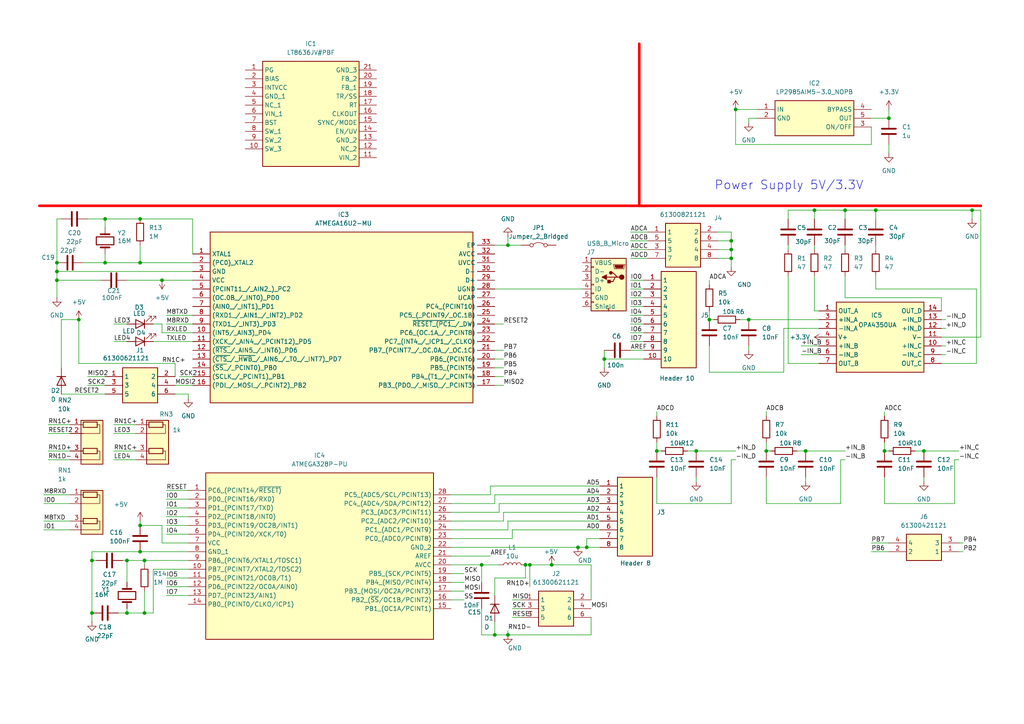
<source format=kicad_sch>
(kicad_sch (version 20231120) (generator "eeschema") (generator_version "8.0")
  (paper "A4")
  (junction (at 22.86 92.71))
  (junction (at 256.54 130.81))
  (junction (at 30.48 76.2))
  (junction (at 190.5 130.81))
  (junction (at 212.09 72.39))
  (junction (at 267.97 130.81))
  (junction (at 139.7 163.83))
  (junction (at 236.22 60.96))
  (junction (at 147.32 184.15))
  (junction (at 213.36 31.75))
  (junction (at 16.51 81.28))
  (junction (at 147.32 71.12))
  (junction (at 40.64 160.02))
  (junction (at 40.64 152.4))
  (junction (at 26.67 162.56))
  (junction (at 16.51 78.74))
  (junction (at 281.94 60.96))
  (junction (at 46.99 81.28))
  (junction (at 205.74 92.71))
  (junction (at 212.09 69.85))
  (junction (at 233.68 130.81))
  (junction (at 222.25 130.81))
  (junction (at 41.91 162.56))
  (junction (at 40.64 63.5))
  (junction (at 254 60.96))
  (junction (at 160.02 163.83))
  (junction (at 152.4 163.83))
  (junction (at 30.48 63.5))
  (junction (at 217.17 92.71))
  (junction (at 41.91 177.8))
  (junction (at 36.83 162.56))
  (junction (at 26.67 177.8))
  (junction (at 153.67 163.83))
  (junction (at 212.09 74.93))
  (junction (at 245.11 60.96))
  (junction (at 167.64 158.75))
  (junction (at 257.81 34.29))
  (junction (at 16.51 76.2))
  (junction (at 175.26 104.14))
  (junction (at 36.83 177.8))
  (junction (at 170.18 158.75))
  (junction (at 143.51 184.15))
  (junction (at 201.93 130.81))
  (junction (at 40.64 76.2))
  (wire (pts (xy 252.73 157.48) (xy 257.81 157.48)))
  (wire (pts (xy 190.5 130.81) (xy 191.77 130.81)))
  (wire (pts (xy 267.97 130.81) (xy 278.13 130.81)))
  (wire (pts (xy 44.45 177.8) (xy 41.91 177.8)))
  (wire (pts (xy 52.07 109.22) (xy 55.88 109.22)))
  (polyline (pts (xy 11.43 59.69) (xy 284.48 59.69)) (stroke (width 0.762) (color 255 0 0 1)))
  (wire (pts (xy 40.64 76.2) (xy 55.88 76.2)))
  (wire (pts (xy 222.25 128.27) (xy 222.25 130.81)))
  (wire (pts (xy 199.39 130.81) (xy 201.93 130.81)))
  (wire (pts (xy 256.54 146.05) (xy 276.86 146.05)))
  (wire (pts (xy 228.6 80.01) (xy 228.6 105.41)))
  (wire (pts (xy 212.09 67.31) (xy 212.09 69.85)))
  (wire (pts (xy 16.51 76.2) (xy 16.51 78.74)))
  (wire (pts (xy 256.54 119.38) (xy 256.54 120.65)))
  (wire (pts (xy 212.09 133.35) (xy 213.36 133.35)))
  (wire (pts (xy 41.91 177.8) (xy 36.83 177.8)))
  (wire (pts (xy 147.32 184.15) (xy 171.45 184.15)))
  (wire (pts (xy 12.7 151.13) (xy 20.32 151.13)))
  (wire (pts (xy 54.61 114.3) (xy 54.61 115.57)))
  (wire (pts (xy 143.51 104.14) (xy 146.05 104.14)))
  (wire (pts (xy 139.7 163.83) (xy 144.78 163.83)))
  (wire (pts (xy 213.36 31.75) (xy 219.71 31.75)))
  (wire (pts (xy 46.99 81.28) (xy 55.88 81.28)))
  (wire (pts (xy 25.4 109.22) (xy 30.48 109.22)))
  (wire (pts (xy 175.26 101.6) (xy 175.26 104.14)))
  (wire (pts (xy 256.54 130.81) (xy 257.81 130.81)))
  (wire (pts (xy 171.45 163.83) (xy 160.02 163.83)))
  (wire (pts (xy 212.09 72.39) (xy 212.09 74.93)))
  (wire (pts (xy 146.05 148.59) (xy 146.05 151.13)))
  (wire (pts (xy 13.97 133.35) (xy 20.32 133.35)))
  (wire (pts (xy 273.05 95.25) (xy 274.32 95.25)))
  (wire (pts (xy 40.64 71.12) (xy 40.64 76.2)))
  (wire (pts (xy 175.26 104.14) (xy 186.69 104.14)))
  (wire (pts (xy 12.7 153.67) (xy 20.32 153.67)))
  (wire (pts (xy 233.68 130.81) (xy 245.11 130.81)))
  (wire (pts (xy 208.28 72.39) (xy 212.09 72.39)))
  (wire (pts (xy 48.26 170.18) (xy 54.61 170.18)))
  (wire (pts (xy 283.21 83.82) (xy 254 83.82)))
  (wire (pts (xy 30.48 63.5) (xy 40.64 63.5)))
  (wire (pts (xy 33.02 130.81) (xy 39.37 130.81)))
  (wire (pts (xy 256.54 128.27) (xy 256.54 130.81)))
  (wire (pts (xy 214.63 92.71) (xy 217.17 92.71)))
  (wire (pts (xy 222.25 130.81) (xy 223.52 130.81)))
  (wire (pts (xy 48.26 93.98) (xy 55.88 93.98)))
  (wire (pts (xy 17.78 92.71) (xy 22.86 92.71)))
  (wire (pts (xy 48.26 91.44) (xy 55.88 91.44)))
  (wire (pts (xy 190.5 146.05) (xy 212.09 146.05)))
  (wire (pts (xy 54.61 165.1) (xy 44.45 165.1)))
  (wire (pts (xy 257.81 41.91) (xy 257.81 44.45)))
  (wire (pts (xy 26.67 162.56) (xy 26.67 177.8)))
  (wire (pts (xy 16.51 78.74) (xy 16.51 81.28)))
  (wire (pts (xy 208.28 69.85) (xy 212.09 69.85)))
  (wire (pts (xy 22.86 105.41) (xy 50.8 105.41)))
  (wire (pts (xy 212.09 74.93) (xy 212.09 77.47)))
  (polyline (pts (xy 187.96 59.69) (xy 185.42 59.69)) (stroke (width 0.762) (color 255 0 0 1)))
  (wire (pts (xy 33.02 93.98) (xy 36.83 93.98)))
  (wire (pts (xy 46.99 152.4) (xy 46.99 157.48)))
  (wire (pts (xy 152.4 163.83) (xy 153.67 163.83)))
  (wire (pts (xy 190.5 138.43) (xy 190.5 146.05)))
  (wire (pts (xy 273.05 92.71) (xy 274.32 92.71)))
  (wire (pts (xy 17.78 106.68) (xy 17.78 92.71)))
  (wire (pts (xy 182.88 83.82) (xy 186.69 83.82)))
  (wire (pts (xy 148.59 153.67) (xy 148.59 156.21)))
  (wire (pts (xy 33.02 125.73) (xy 39.37 125.73)))
  (wire (pts (xy 130.81 166.37) (xy 134.62 166.37)))
  (wire (pts (xy 143.51 180.34) (xy 143.51 184.15)))
  (wire (pts (xy 254 60.96) (xy 281.94 60.96)))
  (wire (pts (xy 175.26 104.14) (xy 175.26 106.68)))
  (wire (pts (xy 182.88 93.98) (xy 186.69 93.98)))
  (wire (pts (xy 12.7 143.51) (xy 20.32 143.51)))
  (wire (pts (xy 34.29 177.8) (xy 36.83 177.8)))
  (wire (pts (xy 33.02 123.19) (xy 39.37 123.19)))
  (wire (pts (xy 26.67 160.02) (xy 26.67 162.56)))
  (wire (pts (xy 13.97 130.81) (xy 20.32 130.81)))
  (wire (pts (xy 205.74 81.28) (xy 205.74 82.55)))
  (wire (pts (xy 16.51 63.5) (xy 16.51 76.2)))
  (wire (pts (xy 130.81 171.45) (xy 134.62 171.45)))
  (wire (pts (xy 146.05 151.13) (xy 130.81 151.13)))
  (wire (pts (xy 143.51 106.68) (xy 146.05 106.68)))
  (wire (pts (xy 139.7 184.15) (xy 143.51 184.15)))
  (wire (pts (xy 130.81 173.99) (xy 134.62 173.99)))
  (wire (pts (xy 33.02 99.06) (xy 36.83 99.06)))
  (wire (pts (xy 167.64 158.75) (xy 170.18 158.75)))
  (wire (pts (xy 143.51 184.15) (xy 147.32 184.15)))
  (wire (pts (xy 273.05 100.33) (xy 274.32 100.33)))
  (wire (pts (xy 17.78 63.5) (xy 16.51 63.5)))
  (wire (pts (xy 44.45 165.1) (xy 44.45 177.8)))
  (wire (pts (xy 201.93 138.43) (xy 201.93 139.7)))
  (wire (pts (xy 41.91 162.56) (xy 41.91 163.83)))
  (wire (pts (xy 171.45 173.99) (xy 171.45 163.83)))
  (wire (pts (xy 182.88 101.6) (xy 186.69 101.6)))
  (wire (pts (xy 201.93 130.81) (xy 213.36 130.81)))
  (wire (pts (xy 182.88 99.06) (xy 186.69 99.06)))
  (wire (pts (xy 267.97 138.43) (xy 267.97 139.7)))
  (wire (pts (xy 252.73 36.83) (xy 252.73 41.91)))
  (wire (pts (xy 170.18 158.75) (xy 173.99 158.75)))
  (wire (pts (xy 16.51 78.74) (xy 55.88 78.74)))
  (wire (pts (xy 16.51 81.28) (xy 16.51 86.36)))
  (wire (pts (xy 213.36 31.75) (xy 213.36 41.91)))
  (wire (pts (xy 130.81 143.51) (xy 142.24 143.51)))
  (wire (pts (xy 170.18 156.21) (xy 173.99 156.21)))
  (wire (pts (xy 147.32 71.12) (xy 151.13 71.12)))
  (wire (pts (xy 265.43 130.81) (xy 267.97 130.81)))
  (wire (pts (xy 173.99 151.13) (xy 147.32 151.13)))
  (wire (pts (xy 130.81 156.21) (xy 148.59 156.21)))
  (wire (pts (xy 182.88 86.36) (xy 186.69 86.36)))
  (wire (pts (xy 144.78 148.59) (xy 130.81 148.59)))
  (wire (pts (xy 143.51 167.64) (xy 152.4 167.64)))
  (wire (pts (xy 26.67 177.8) (xy 26.67 180.34)))
  (wire (pts (xy 227.33 95.25) (xy 237.49 95.25)))
  (wire (pts (xy 148.59 179.07) (xy 151.13 179.07)))
  (wire (pts (xy 256.54 138.43) (xy 256.54 146.05)))
  (wire (pts (xy 55.88 63.5) (xy 40.64 63.5)))
  (wire (pts (xy 278.13 160.02) (xy 279.4 160.02)))
  (wire (pts (xy 147.32 151.13) (xy 147.32 153.67)))
  (wire (pts (xy 208.28 67.31) (xy 212.09 67.31)))
  (wire (pts (xy 173.99 153.67) (xy 148.59 153.67)))
  (wire (pts (xy 254 60.96) (xy 254 63.5)))
  (wire (pts (xy 27.94 162.56) (xy 26.67 162.56)))
  (wire (pts (xy 143.51 83.82) (xy 168.91 83.82)))
  (wire (pts (xy 48.26 172.72) (xy 54.61 172.72)))
  (wire (pts (xy 182.88 67.31) (xy 187.96 67.31)))
  (wire (pts (xy 245.11 60.96) (xy 254 60.96)))
  (polyline (pts (xy 185.42 12.7) (xy 185.42 59.69)) (stroke (width 0.762) (color 255 0 0 1)))
  (wire (pts (xy 25.4 63.5) (xy 30.48 63.5)))
  (wire (pts (xy 147.32 182.88) (xy 147.32 184.15)))
  (wire (pts (xy 153.67 163.83) (xy 160.02 163.83)))
  (wire (pts (xy 130.81 161.29) (xy 142.24 161.29)))
  (wire (pts (xy 228.6 71.12) (xy 228.6 72.39)))
  (wire (pts (xy 171.45 179.07) (xy 171.45 184.15)))
  (wire (pts (xy 217.17 34.29) (xy 219.71 34.29)))
  (wire (pts (xy 143.51 93.98) (xy 146.05 93.98)))
  (wire (pts (xy 273.05 102.87) (xy 274.32 102.87)))
  (wire (pts (xy 144.78 146.05) (xy 144.78 148.59)))
  (wire (pts (xy 236.22 60.96) (xy 245.11 60.96)))
  (wire (pts (xy 30.48 63.5) (xy 30.48 66.04)))
  (wire (pts (xy 245.11 60.96) (xy 245.11 63.5)))
  (wire (pts (xy 48.26 152.4) (xy 54.61 152.4)))
  (wire (pts (xy 50.8 109.22) (xy 50.8 105.41)))
  (wire (pts (xy 143.51 71.12) (xy 147.32 71.12)))
  (wire (pts (xy 170.18 156.21) (xy 170.18 158.75)))
  (wire (pts (xy 232.41 102.87) (xy 237.49 102.87)))
  (wire (pts (xy 257.81 34.29) (xy 257.81 31.75)))
  (wire (pts (xy 182.88 72.39) (xy 187.96 72.39)))
  (wire (pts (xy 41.91 171.45) (xy 41.91 177.8)))
  (wire (pts (xy 139.7 176.53) (xy 139.7 184.15)))
  (wire (pts (xy 254 80.01) (xy 254 83.82)))
  (wire (pts (xy 182.88 81.28) (xy 186.69 81.28)))
  (wire (pts (xy 36.83 81.28) (xy 46.99 81.28)))
  (wire (pts (xy 130.81 168.91) (xy 134.62 168.91)))
  (wire (pts (xy 143.51 172.72) (xy 143.51 167.64)))
  (wire (pts (xy 173.99 146.05) (xy 144.78 146.05)))
  (wire (pts (xy 46.99 93.98) (xy 46.99 96.52)))
  (wire (pts (xy 217.17 35.56) (xy 217.17 34.29)))
  (wire (pts (xy 245.11 80.01) (xy 245.11 86.36)))
  (wire (pts (xy 25.4 111.76) (xy 30.48 111.76)))
  (wire (pts (xy 46.99 96.52) (xy 55.88 96.52)))
  (wire (pts (xy 273.05 86.36) (xy 245.11 86.36)))
  (wire (pts (xy 252.73 34.29) (xy 257.81 34.29)))
  (wire (pts (xy 222.25 138.43) (xy 222.25 146.05)))
  (wire (pts (xy 46.99 157.48) (xy 54.61 157.48)))
  (wire (pts (xy 236.22 60.96) (xy 236.22 63.5)))
  (wire (pts (xy 139.7 163.83) (xy 139.7 168.91)))
  (wire (pts (xy 48.26 154.94) (xy 54.61 154.94)))
  (wire (pts (xy 236.22 71.12) (xy 236.22 72.39)))
  (wire (pts (xy 284.48 97.79) (xy 284.48 60.96)))
  (wire (pts (xy 36.83 162.56) (xy 41.91 162.56)))
  (wire (pts (xy 48.26 149.86) (xy 54.61 149.86)))
  (wire (pts (xy 205.74 107.95) (xy 227.33 107.95)))
  (wire (pts (xy 281.94 60.96) (xy 284.48 60.96)))
  (wire (pts (xy 50.8 111.76) (xy 55.88 111.76)))
  (wire (pts (xy 212.09 69.85) (xy 212.09 72.39)))
  (wire (pts (xy 281.94 60.96) (xy 281.94 63.5)))
  (wire (pts (xy 41.91 162.56) (xy 54.61 162.56)))
  (wire (pts (xy 182.88 96.52) (xy 186.69 96.52)))
  (wire (pts (xy 254 71.12) (xy 254 72.39)))
  (wire (pts (xy 148.59 176.53) (xy 151.13 176.53)))
  (wire (pts (xy 30.48 76.2) (xy 40.64 76.2)))
  (wire (pts (xy 182.88 91.44) (xy 186.69 91.44)))
  (wire (pts (xy 173.99 143.51) (xy 143.51 143.51)))
  (wire (pts (xy 243.84 133.35) (xy 245.11 133.35)))
  (wire (pts (xy 245.11 71.12) (xy 245.11 72.39)))
  (wire (pts (xy 222.25 146.05) (xy 243.84 146.05)))
  (wire (pts (xy 233.68 138.43) (xy 233.68 139.7)))
  (wire (pts (xy 152.4 167.64) (xy 152.4 163.83)))
  (wire (pts (xy 142.24 143.51) (xy 142.24 140.97)))
  (wire (pts (xy 40.64 152.4) (xy 46.99 152.4)))
  (wire (pts (xy 232.41 100.33) (xy 237.49 100.33)))
  (wire (pts (xy 276.86 146.05) (xy 276.86 133.35)))
  (wire (pts (xy 130.81 163.83) (xy 139.7 163.83)))
  (wire (pts (xy 276.86 133.35) (xy 278.13 133.35)))
  (wire (pts (xy 48.26 144.78) (xy 54.61 144.78)))
  (wire (pts (xy 190.5 119.38) (xy 190.5 120.65)))
  (wire (pts (xy 143.51 101.6) (xy 146.05 101.6)))
  (wire (pts (xy 30.48 73.66) (xy 30.48 76.2)))
  (wire (pts (xy 231.14 130.81) (xy 233.68 130.81)))
  (wire (pts (xy 44.45 93.98) (xy 46.99 93.98)))
  (wire (pts (xy 173.99 148.59) (xy 146.05 148.59)))
  (wire (pts (xy 143.51 143.51) (xy 143.51 146.05)))
  (wire (pts (xy 182.88 69.85) (xy 187.96 69.85)))
  (wire (pts (xy 147.32 153.67) (xy 130.81 153.67)))
  (wire (pts (xy 283.21 105.41) (xy 283.21 83.82)))
  (wire (pts (xy 143.51 146.05) (xy 130.81 146.05)))
  (wire (pts (xy 50.8 114.3) (xy 54.61 114.3)))
  (wire (pts (xy 205.74 100.33) (xy 205.74 107.95)))
  (wire (pts (xy 222.25 119.38) (xy 222.25 120.65)))
  (wire (pts (xy 36.83 177.8) (xy 36.83 176.53)))
  (wire (pts (xy 236.22 80.01) (xy 236.22 90.17)))
  (wire (pts (xy 24.13 76.2) (xy 30.48 76.2)))
  (wire (pts (xy 22.86 92.71) (xy 22.86 105.41)))
  (wire (pts (xy 55.88 73.66) (xy 55.88 63.5)))
  (wire (pts (xy 205.74 92.71) (xy 207.01 92.71)))
  (wire (pts (xy 278.13 157.48) (xy 279.4 157.48)))
  (wire (pts (xy 228.6 63.5) (xy 228.6 60.96)))
  (wire (pts (xy 243.84 146.05) (xy 243.84 133.35)))
  (wire (pts (xy 190.5 128.27) (xy 190.5 130.81)))
  (wire (pts (xy 143.51 109.22) (xy 146.05 109.22)))
  (wire (pts (xy 147.32 68.58) (xy 147.32 71.12)))
  (wire (pts (xy 252.73 160.02) (xy 257.81 160.02)))
  (wire (pts (xy 208.28 74.93) (xy 212.09 74.93)))
  (wire (pts (xy 130.81 158.75) (xy 167.64 158.75)))
  (wire (pts (xy 16.51 81.28) (xy 29.21 81.28)))
  (wire (pts (xy 48.26 142.24) (xy 54.61 142.24)))
  (wire (pts (xy 12.7 146.05) (xy 20.32 146.05)))
  (wire (pts (xy 36.83 162.56) (xy 36.83 168.91)))
  (wire (pts (xy 143.51 111.76) (xy 146.05 111.76)))
  (wire (pts (xy 44.45 99.06) (xy 55.88 99.06)))
  (wire (pts (xy 48.26 167.64) (xy 54.61 167.64)))
  (wire (pts (xy 26.67 160.02) (xy 40.64 160.02)))
  (wire (pts (xy 48.26 147.32) (xy 54.61 147.32)))
  (wire (pts (xy 227.33 95.25) (xy 227.33 107.95)))
  (wire (pts (xy 252.73 41.91) (xy 213.36 41.91)))
  (wire (pts (xy 237.49 105.41) (xy 228.6 105.41)))
  (wire (pts (xy 13.97 123.19) (xy 20.32 123.19)))
  (wire (pts (xy 148.59 173.99) (xy 151.13 173.99)))
  (wire (pts (xy 238.76 97.79) (xy 237.49 97.79)))
  (wire (pts (xy 236.22 90.17) (xy 237.49 90.17)))
  (wire (pts (xy 217.17 100.33) (xy 217.17 101.6)))
  (wire (pts (xy 182.88 74.93) (xy 187.96 74.93)))
  (wire (pts (xy 40.64 160.02) (xy 54.61 160.02)))
  (wire (pts (xy 153.67 170.18) (xy 153.67 163.83)))
  (wire (pts (xy 33.02 133.35) (xy 39.37 133.35)))
  (wire (pts (xy 40.64 151.13) (xy 40.64 152.4)))
  (wire (pts (xy 217.17 92.71) (xy 237.49 92.71)))
  (wire (pts (xy 273.05 90.17) (xy 273.05 86.36)))
  (wire (pts (xy 273.05 105.41) (xy 283.21 105.41)))
  (wire (pts (xy 273.05 97.79) (xy 284.48 97.79)))
  (wire (pts (xy 13.97 125.73) (xy 20.32 125.73)))
  (wire (pts (xy 182.88 88.9) (xy 186.69 88.9)))
  (wire (pts (xy 212.09 146.05) (xy 212.09 133.35)))
  (wire (pts (xy 205.74 90.17) (xy 205.74 92.71)))
  (wire (pts (xy 17.78 114.3) (xy 30.48 114.3)))
  (wire (pts (xy 228.6 60.96) (xy 236.22 60.96)))
  (wire (pts (xy 142.24 140.97) (xy 173.99 140.97)))
  (wire (pts (xy 35.56 162.56) (xy 36.83 162.56)))
  (text "Power Supply 5V/3.3V\n" (at 228.854 53.848 0) (effects (font (size 2.54 2.54))))
  (label "RN1C+" (at 33.02 123.19 0))
  (label "RN1C+" (at 46.99 105.41 0))
  (label "-IN_D" (at 274.32 92.71 0))
  (label "+IN_D" (at 213.36 130.81 0))
  (label "SCK2" (at 52.07 109.22 0))
  (label "AD1" (at 170.18 151.13 0))
  (label "IO2" (at 48.26 149.86 0))
  (label "PB6" (at 146.05 104.14 0))
  (label "IO1" (at 182.88 83.82 0))
  (label "RN1C+" (at 33.02 130.81 0))
  (label "IO4" (at 182.88 91.44 0))
  (label "ADCA" (at 205.74 81.28 0))
  (label "MOSI" (at 171.45 176.53 0))
  (label "IO5" (at 182.88 93.98 0))
  (label "-IN_B" (at 232.41 102.87 0))
  (label "RESET2" (at 146.05 93.98 0))
  (label "PB6" (at 252.73 160.02 0))
  (label "M8RXD" (at 12.7 143.51 0))
  (label "LED4" (at 33.02 133.35 0))
  (label "AREF" (at 182.88 101.6 0))
  (label "PB5" (at 146.05 106.68 0))
  (label "M8RXD" (at 48.26 93.98 0))
  (label "+IN_B" (at 245.11 130.81 0))
  (label "ADCA" (at 182.88 67.31 0))
  (label "AD0" (at 170.18 153.67 0))
  (label "IO0" (at 12.7 146.05 0))
  (label "M8TXD" (at 12.7 151.13 0))
  (label "PB7" (at 146.05 101.6 0))
  (label "M8TXD" (at 48.26 91.44 0))
  (label "MOSI" (at 134.62 171.45 0))
  (label "MOSI2" (at 50.8 111.76 0))
  (label "AD5" (at 170.18 140.97 0))
  (label "ADCC" (at 256.54 119.38 0))
  (label "MISO" (at 148.59 173.99 0))
  (label "RN1D+" (at 13.97 130.81 0))
  (label "LED3" (at 33.02 93.98 0))
  (label "ADCB" (at 222.25 119.38 0))
  (label "IO0" (at 48.26 144.78 0))
  (label "-IN_B" (at 245.11 133.35 0))
  (label "LED3" (at 33.02 125.73 0))
  (label "IO3" (at 48.26 152.4 0))
  (label "RXLED" (at 48.26 96.52 0))
  (label "RESET2" (at 21.59 114.3 0))
  (label "-IN_C" (at 278.13 133.35 0))
  (label "IO7" (at 182.88 99.06 0))
  (label "ADCC" (at 182.88 72.39 0))
  (label "AD3" (at 170.18 146.05 0))
  (label "ADCD" (at 182.88 74.93 0))
  (label "+IN_C" (at 278.13 130.81 0))
  (label "IO4" (at 48.26 154.94 0))
  (label "IO6" (at 182.88 96.52 0))
  (label "AD2" (at 170.18 148.59 0))
  (label "MISO" (at 134.62 168.91 0))
  (label "PB2" (at 279.4 160.02 0))
  (label "SCK" (at 148.59 176.53 0))
  (label "IO2" (at 182.88 86.36 0))
  (label "SS" (at 134.62 173.99 0))
  (label "ADCD" (at 190.5 119.38 0))
  (label "-IN_D" (at 213.36 133.35 0))
  (label "PB4" (at 146.05 109.22 0))
  (label "MISO2" (at 146.05 111.76 0))
  (label "LED4" (at 33.02 99.06 0))
  (label "RN1D+" (at 153.67 170.18 180))
  (label "RESET" (at 48.26 142.24 0))
  (label "MISO2" (at 25.4 109.22 0))
  (label "RN1D-" (at 13.97 133.35 0))
  (label "IO1" (at 48.26 147.32 0))
  (label "RESET2" (at 13.97 125.73 0))
  (label "IO6" (at 48.26 170.18 0))
  (label "+IN_B" (at 232.41 100.33 0))
  (label "AD4" (at 170.18 143.51 0))
  (label "RN1D-" (at 147.32 182.88 0))
  (label "IO5" (at 48.26 167.64 0))
  (label "AREF" (at 142.24 161.29 0))
  (label "IO3" (at 182.88 88.9 0))
  (label "RN1C+" (at 13.97 123.19 0))
  (label "TXLED" (at 48.26 99.06 0))
  (label "SCK" (at 134.62 166.37 0))
  (label "IO1" (at 12.7 153.67 0))
  (label "-IN_C" (at 274.32 102.87 0))
  (label "IO0" (at 182.88 81.28 0))
  (label "+IN_D" (at 274.32 95.25 0))
  (label "SCK2" (at 25.4 111.76 0))
  (label "PB7" (at 252.73 157.48 0))
  (label "IO7" (at 48.26 172.72 0))
  (label "PB4" (at 279.4 157.48 0))
  (label "ADCB" (at 182.88 69.85 0))
  (label "+IN_C" (at 274.32 100.33 0))
  (label "RESET" (at 148.59 179.07 0))
  (symbol (lib_id "SamacSys_Parts:61300821121") (at 187.96 67.31 0) (unit 1)
    (property "Reference" "J4" (at 208.28 63.246 0))
    (property "Value" "61300821121" (at 198.12 62.23 0))
    (property "Footprint" "61300821121" (effects (hide yes)))
    (property "Datasheet" "https://componentsearchengine.com/Datasheets/2/61300821121.pdf" (effects (hide yes)))
    (property "Description" "WURTH ELEKTRONIK - 61300821121 - Board-To-Board Connector, Vertical, 2.54 mm, 8 Contacts, Header, WR-PHD Series, Through Hole" (effects (hide yes)))
    (property "Height" "8.69" (effects (hide yes)))
    (property "Manufacturer_Name" "Wurth Elektronik" (effects (hide yes)))
    (property "Manufacturer_Part_Number" "61300821121" (effects (hide yes)))
    (property "Mouser Part Number" "710-61300821121" (effects (hide yes)))
    (property "Mouser Price/Stock" "https://www.mouser.co.uk/ProductDetail/Wurth-Elektronik/61300821121?qs=PhR8RmCirEZmTYQilRTqTw%3D%3D" (effects (hide yes)))
  )
  (symbol (lib_id "SamacSys_Parts:LT8636JV#PBF") (at 71.12 20.32 0) (unit 1)
    (property "Reference" "IC1" (at 90.17 12.7 0))
    (property "Value" "LT8636JV#PBF" (at 90.17 15.24 0))
    (property "Footprint" "LT8636JVPBF" (effects (hide yes)))
    (property "Datasheet" "https://www.analog.com/LT8636/datasheet" (effects (hide yes)))
    (property "Description" "42V, 5A/7A Peak Synchronous Step-Down Silent Switcher with 2.5uA Quiescent Current" (effects (hide yes)))
    (property "Height" "1.03" (effects (hide yes)))
    (property "Mouser Part Number" "584-LT8636JV#PBF" (effects (hide yes)))
    (property "Mouser Price/Stock" "https://www.mouser.co.uk/ProductDetail/Analog-Devices/LT8636JVPBF?qs=P1JMDcb91o40oO2YRvBxSw%3D%3D" (effects (hide yes)))
    (property "Manufacturer_Name" "Analog Devices" (effects (hide yes)))
    (property "Manufacturer_Part_Number" "LT8636JV#PBF" (effects (hide yes)))
  )
  (symbol (lib_id "SamacSys_Parts:61300811121") (at 173.99 140.97 0) (unit 1)
    (property "Reference" "J3" (at 190.5 148.5899 0) (effects (justify left)))
    (property "Value" "Header 8" (at 179.832 163.322 0) (effects (justify left)))
    (property "Footprint" "HDRV8W64P0X254_1X8_2032X254X854P" (effects (hide yes)))
    (property "Datasheet" "http://katalog.we-online.de/em/datasheet/6130xx11121.pdf" (effects (hide yes)))
    (property "Description" "WR-PHD 2.54mm Pin Header THT Straight 8p Wurth Elektronik WR-PHD Series, Series Number 6130, 2.54mm Pitch 8 Way 1 Row Straight Pin Header, Surface Mount" (effects (hide yes)))
    (property "Height" "8.54" (effects (hide yes)))
    (property "Manufacturer_Name" "Wurth Elektronik" (effects (hide yes)))
    (property "Manufacturer_Part_Number" "61300811121" (effects (hide yes)))
    (property "Mouser Part Number" "710-61300811121" (effects (hide yes)))
    (property "Mouser Price/Stock" "https://www.mouser.co.uk/ProductDetail/Wurth-Elektronik/61300811121?qs=PhR8RmCirEZRdx%252BVlEmRRA%3D%3D" (effects (hide yes)))
  )
  (symbol (lib_id "Device:C") (at 20.32 76.2 90) (unit 1)
    (property "Reference" "C19" (at 13.97 74.676 90))
    (property "Value" "22pF" (at 19.812 72.644 90))
    (property "Description" "Unpolarized capacitor" (effects (hide yes)))
  )
  (symbol (lib_id "power:GND") (at 147.32 184.15 0) (unit 1)
    (property "Reference" "#PWR015" (effects (hide yes)))
    (property "Value" "GND" (at 149.352 187.96 0))
    (property "Description" "Power symbol creates a global label with name \"GND\" , ground" (effects (hide yes)))
  )
  (symbol (lib_id "power:+3.3V") (at 257.81 31.75 0) (unit 1)
    (property "Reference" "#PWR03" (effects (hide yes)))
    (property "Value" "+3.3V" (at 257.81 26.67 0))
    (property "Description" "Power symbol creates a global label with name \"+3.3V\"" (effects (hide yes)))
  )
  (symbol (lib_id "Device:R_Pack02_SIP") (at 44.45 128.27 270) (unit 1)
    (property "Reference" "RN3" (at 46.228 120.142 90) (effects (justify left)))
    (property "Value" "1k" (at 50.038 124.714 90) (effects (justify left)))
    (property "Footprint" "Resistor_THT:R_Array_SIP4" (effects (hide yes)))
    (property "Datasheet" "http://www.vishay.com/docs/31509/csc.pdf" (effects (hide yes)))
    (property "Description" "2 resistor network, parallel topology, SIP package" (effects (hide yes)))
  )
  (symbol (lib_id "SamacSys_Parts:61300621121") (at 30.48 109.22 0) (unit 1)
    (property "Reference" "J1" (at 40.64 101.6 0))
    (property "Value" "61300621121" (at 36.576 103.886 0))
    (property "Footprint" "HDRV6W64P254_2X3_762X508X889P" (effects (hide yes)))
    (property "Description" "WR-PHD 2.54mm  Dual Pin Header THT 06p Wurth Elektronik WR-PHD Series, Series Number 6130, 2.54mm Pitch 6 Way 2 Row Straight PCB Header, Solder Termination" (effects (hide yes)))
    (property "Height" "8.89" (effects (hide yes)))
    (property "Manufacturer_Name" "Wurth Elektronik" (effects (hide yes)))
    (property "Manufacturer_Part_Number" "61300621121" (effects (hide yes)))
    (property "Mouser Part Number" "710-61300621121" (effects (hide yes)))
    (property "Mouser Price/Stock" "https://www.mouser.co.uk/ProductDetail/Wurth-Elektronik/61300621121?qs=PhR8RmCirEb94hrEcn0AQg%3D%3D" (effects (hide yes)))
  )
  (symbol (lib_id "Device:C") (at 236.22 67.31 0) (unit 1)
    (property "Reference" "C2" (at 240.03 66.0399 0) (effects (justify left)))
    (property "Value" "30pF" (at 239.014 69.85 0) (effects (justify left)))
    (property "Description" "Unpolarized capacitor" (effects (hide yes)))
  )
  (symbol (lib_id "SamacSys_Parts:61300421121") (at 257.81 157.48 0) (unit 1)
    (property "Reference" "J6" (at 267.97 149.86 0))
    (property "Value" "61300421121" (at 267.97 152.4 0))
    (property "Footprint" "HDRV4W64P254X254_2X2_508X508X854P" (effects (hide yes)))
    (property "Datasheet" "https://katalog.we-online.de/em/datasheet/6130xx21121.pdf" (effects (hide yes)))
    (property "Description" "Wurth Elektronik WR-PHD 6130, 2.54mm Pitch, 4 Way, 2 Row, Straight Pin Header, Through Hole" (effects (hide yes)))
    (property "Height" "8.54" (effects (hide yes)))
    (property "Manufacturer_Name" "Wurth Elektronik" (effects (hide yes)))
    (property "Manufacturer_Part_Number" "61300421121" (effects (hide yes)))
    (property "Mouser Part Number" "710-61300421121" (effects (hide yes)))
    (property "Mouser Price/Stock" "https://www.mouser.co.uk/ProductDetail/Wurth-Elektronik/61300421121?qs=PhR8RmCirEao42LF%252BB5Mtw%3D%3D" (effects (hide yes)))
  )
  (symbol (lib_id "power:+5V") (at 213.36 31.75 0) (unit 1)
    (property "Reference" "#PWR02" (effects (hide yes)))
    (property "Value" "+5V" (at 213.36 26.67 0))
    (property "Description" "Power symbol creates a global label with name \"+5V\"" (effects (hide yes)))
  )
  (symbol (lib_id "Device:R") (at 256.54 124.46 0) (unit 1)
    (property "Reference" "R9" (at 259.08 123.1899 0) (effects (justify left)))
    (property "Value" "10k" (at 259.08 125.7299 0) (effects (justify left)))
    (property "Description" "Resistor" (effects (hide yes)))
  )
  (symbol (lib_id "Device:LED") (at 40.64 93.98 180) (unit 1)
    (property "Reference" "D3" (at 40.386 89.154 0))
    (property "Value" "LED" (at 40.386 90.932 0))
    (property "Description" "Light emitting diode" (effects (hide yes)))
  )
  (symbol (lib_id "SamacSys_Parts:LP2985AIM5-3.0_NOPB") (at 219.71 31.75 0) (unit 1)
    (property "Reference" "IC2" (at 236.22 24.13 0))
    (property "Value" "LP2985AIM5-3.0_NOPB" (at 236.22 26.67 0))
    (property "Footprint" "SOT95P280X145-5N" (effects (hide yes)))
    (property "Datasheet" "http://www.ti.com/lit/ds/symlink/lp2985-n.pdf" (effects (hide yes)))
    (property "Description" "Micropower 150-mA Low-Noise Ultra-Low-Dropout Regulator in SOT-23 packages" (effects (hide yes)))
    (property "Height" "1.45" (effects (hide yes)))
    (property "Manufacturer_Name" "Texas Instruments" (effects (hide yes)))
    (property "Manufacturer_Part_Number" "LP2985AIM5-3.0/NOPB" (effects (hide yes)))
    (property "Mouser Part Number" "926-2985AIM53.0/NOPB" (effects (hide yes)))
    (property "Mouser Price/Stock" "https://www.mouser.co.uk/ProductDetail/Texas-Instruments/LP2985AIM5-3.0-NOPB?qs=7lkVKPoqpbZbk1xj0uZquQ%3D%3D" (effects (hide yes)))
    (property "Arrow Part Number" "LP2985AIM5-3.0/NOPB" (effects (hide yes)))
    (property "Arrow Price/Stock" "https://www.arrow.com/en/products/lp2985aim5-3.0nopb/texas-instruments?utm_currency=USD&region=nac" (effects (hide yes)))
  )
  (symbol (lib_id "power:GND") (at 147.32 68.58 180) (unit 1)
    (property "Reference" "#PWR019" (effects (hide yes)))
    (property "Value" "GND" (at 147.32 63.5 0))
    (property "Description" "Power symbol creates a global label with name \"GND\" , ground" (effects (hide yes)))
  )
  (symbol (lib_id "power:+5V") (at 46.99 81.28 180) (unit 1)
    (property "Reference" "#PWR022" (effects (hide yes)))
    (property "Value" "+5V" (at 46.99 86.36 0))
    (property "Description" "Power symbol creates a global label with name \"+5V\"" (effects (hide yes)))
  )
  (symbol (lib_id "Device:C") (at 257.81 38.1 0) (unit 1)
    (property "Reference" "C1" (at 261.62 36.8299 0) (effects (justify left)))
    (property "Value" "1u" (at 261.62 39.3699 0) (effects (justify left)))
    (property "Description" "Unpolarized capacitor" (effects (hide yes)))
  )
  (symbol (lib_id "power:GND") (at 54.61 115.57 0) (unit 1)
    (property "Reference" "#PWR018" (effects (hide yes)))
    (property "Value" "GND" (at 54.61 120.65 0))
    (property "Description" "Power symbol creates a global label with name \"GND\" , ground" (effects (hide yes)))
  )
  (symbol (lib_id "Device:C") (at 228.6 67.31 0) (unit 1)
    (property "Reference" "C5" (at 231.14 66.04 0) (effects (justify left)))
    (property "Value" "30pF" (at 230.632 70.104 0) (effects (justify left)))
    (property "Description" "Unpolarized capacitor" (effects (hide yes)))
  )
  (symbol (lib_id "power:GND") (at 217.17 101.6 0) (unit 1)
    (property "Reference" "#PWR09" (effects (hide yes)))
    (property "Value" "GND" (at 217.17 106.68 0))
    (property "Description" "Power symbol creates a global label with name \"GND\" , ground" (effects (hide yes)))
  )
  (symbol (lib_id "power:GND") (at 257.81 44.45 0) (unit 1)
    (property "Reference" "#PWR04" (effects (hide yes)))
    (property "Value" "GND" (at 257.81 49.53 0))
    (property "Description" "Power symbol creates a global label with name \"GND\" , ground" (effects (hide yes)))
  )
  (symbol (lib_id "Device:L") (at 148.59 163.83 90) (unit 1)
    (property "Reference" "L1" (at 148.59 158.75 90))
    (property "Value" "10u" (at 148.59 161.29 90))
    (property "Description" "Inductor" (effects (hide yes)))
  )
  (symbol (lib_id "power:GND") (at 217.17 35.56 0) (unit 1)
    (property "Reference" "#PWR05" (effects (hide yes)))
    (property "Value" "GND" (at 217.17 40.64 0))
    (property "Description" "Power symbol creates a global label with name \"GND\" , ground" (effects (hide yes)))
  )
  (symbol (lib_id "Device:R") (at 261.62 130.81 90) (unit 1)
    (property "Reference" "R10" (at 265.43 128.524 90))
    (property "Value" "10k" (at 262.128 128.524 90))
    (property "Description" "Resistor" (effects (hide yes)))
  )
  (symbol (lib_id "Device:R") (at 210.82 92.71 90) (unit 1)
    (property "Reference" "R6" (at 214.63 90.424 90))
    (property "Value" "10k" (at 211.328 90.424 90))
    (property "Description" "Resistor" (effects (hide yes)))
  )
  (symbol (lib_id "Device:R") (at 227.33 130.81 90) (unit 1)
    (property "Reference" "R8" (at 231.14 128.524 90))
    (property "Value" "10k" (at 227.838 128.524 90))
    (property "Description" "Resistor" (effects (hide yes)))
  )
  (symbol (lib_id "SamacSys_Parts:OPA4350UA") (at 237.49 90.17 0) (unit 1)
    (property "Reference" "IC5" (at 254.254 91.44 0))
    (property "Value" "OPA4350UA" (at 254.508 94.234 0))
    (property "Footprint" "SOIC127P600X175-14N" (effects (hide yes)))
    (property "Datasheet" "http://www.ti.com/lit/ds/symlink/opa4350.pdf" (effects (hide yes)))
    (property "Description" "High-Speed, Single-Supply, Rail-to-Rail Operational Amplifiers MicroAmplifier Series" (effects (hide yes)))
    (property "Height" "1.75" (effects (hide yes)))
    (property "Manufacturer_Name" "Texas Instruments" (effects (hide yes)))
    (property "Manufacturer_Part_Number" "OPA4350UA" (effects (hide yes)))
    (property "Mouser Part Number" "595-OPA4350UA" (effects (hide yes)))
    (property "Mouser Price/Stock" "https://www.mouser.co.uk/ProductDetail/Texas-Instruments/OPA4350UA?qs=wgAEGBTxy7nj5IqTHE9kog%3D%3D" (effects (hide yes)))
    (property "Arrow Part Number" "OPA4350UA" (effects (hide yes)))
    (property "Arrow Price/Stock" "https://www.arrow.com/en/products/opa4350ua/texas-instruments?region=nac" (effects (hide yes)))
  )
  (symbol (lib_id "power:GND") (at 281.94 63.5 0) (unit 1)
    (property "Reference" "#PWR06" (effects (hide yes)))
    (property "Value" "GND" (at 281.94 68.58 0))
    (property "Description" "Power symbol creates a global label with name \"GND\" , ground" (effects (hide yes)))
  )
  (symbol (lib_id "Device:C") (at 190.5 134.62 0) (unit 1)
    (property "Reference" "C13" (at 194.31 133.3499 0) (effects (justify left)))
    (property "Value" "10nF" (at 194.31 135.8899 0) (effects (justify left)))
    (property "Description" "Unpolarized capacitor" (effects (hide yes)))
  )
  (symbol (lib_id "Device:R") (at 254 76.2 0) (unit 1)
    (property "Reference" "R4" (at 256.54 74.9299 0) (effects (justify left)))
    (property "Value" "47" (at 256.54 77.4699 0) (effects (justify left)))
    (property "Description" "Resistor" (effects (hide yes)))
  )
  (symbol (lib_id "Device:C") (at 233.68 134.62 0) (unit 1)
    (property "Reference" "C10" (at 237.49 133.3499 0) (effects (justify left)))
    (property "Value" "10nF" (at 237.49 135.8899 0) (effects (justify left)))
    (property "Description" "Unpolarized capacitor" (effects (hide yes)))
  )
  (symbol (lib_id "Device:LED") (at 40.64 99.06 180) (unit 1)
    (property "Reference" "D4" (at 40.894 96.52 0))
    (property "Value" "LED" (at 37.338 96.012 0))
    (property "Description" "Light emitting diode" (effects (hide yes)))
  )
  (symbol (lib_id "Device:C") (at 201.93 134.62 0) (unit 1)
    (property "Reference" "C14" (at 205.74 133.3499 0) (effects (justify left)))
    (property "Value" "10nF" (at 205.74 135.8899 0) (effects (justify left)))
    (property "Description" "Unpolarized capacitor" (effects (hide yes)))
  )
  (symbol (lib_id "power:GND") (at 212.09 77.47 0) (unit 1)
    (property "Reference" "#PWR01" (effects (hide yes)))
    (property "Value" "GND" (at 215.9 82.55 0))
    (property "Description" "Power symbol creates a global label with name \"GND\" , ground" (effects (hide yes)))
  )
  (symbol (lib_id "Device:C") (at 33.02 81.28 270) (unit 1)
    (property "Reference" "C21" (at 33.02 84.328 90))
    (property "Value" "100nF" (at 32.512 86.36 90))
    (property "Description" "Unpolarized capacitor" (effects (hide yes)))
  )
  (symbol (lib_id "SamacSys_Parts:ATMEGA16U2-MU") (at 55.88 71.12 0) (unit 1)
    (property "Reference" "IC3" (at 99.6315 62.23 0))
    (property "Value" "ATMEGA16U2-MU" (at 99.6315 64.77 0))
    (property "Footprint" "QFN50P500X500X100-33N-D" (effects (hide yes)))
    (property "Datasheet" "http://ww1.microchip.com/downloads/en/DeviceDoc/doc7799.pdf" (effects (hide yes)))
    (property "Description" "8-bit Microcontrollers - MCU AVR USB 8K FLASH AVR USB 16K FLASH" (effects (hide yes)))
    (property "Height" "1" (effects (hide yes)))
    (property "Manufacturer_Name" "Microchip" (effects (hide yes)))
    (property "Manufacturer_Part_Number" "ATMEGA16U2-MU" (effects (hide yes)))
    (property "Mouser Part Number" "556-ATMEGA16U2-MU" (effects (hide yes)))
    (property "Mouser Price/Stock" "https://www.mouser.co.uk/ProductDetail/Microchip-Technology/ATMEGA16U2-MU?qs=JV7lzlMm3yIZlyznMyuPNA%3D%3D" (effects (hide yes)))
    (property "Arrow Part Number" "ATMEGA16U2-MU" (effects (hide yes)))
    (property "Arrow Price/Stock" "https://www.arrow.com/en/products/atmega16u2-mu/microchip-technology?region=nac" (effects (hide yes)))
  )
  (symbol (lib_id "power:GND") (at 201.93 139.7 0) (unit 1)
    (property "Reference" "#PWR012" (effects (hide yes)))
    (property "Value" "GND" (at 201.93 144.78 0))
    (property "Description" "Power symbol creates a global label with name \"GND\" , ground" (effects (hide yes)))
  )
  (symbol (lib_id "Device:D") (at 17.78 110.49 270) (unit 1)
    (property "Reference" "D2" (at 14.732 113.284 90) (effects (justify left)))
    (property "Value" "D" (at 14.732 115.824 90) (effects (justify left)))
    (property "Description" "Diode" (effects (hide yes)))
    (property "Sim.Device" "D" (effects (hide yes)))
    (property "Sim.Pins" "1=K 2=A" (effects (hide yes)))
  )
  (symbol (lib_id "power:+5V") (at 160.02 163.83 0) (unit 1)
    (property "Reference" "#PWR014" (effects (hide yes)))
    (property "Value" "+5V" (at 159.766 160.02 0))
    (property "Description" "Power symbol creates a global label with name \"+5V\"" (effects (hide yes)))
  )
  (symbol (lib_id "Device:C") (at 267.97 134.62 0) (unit 1)
    (property "Reference" "C12" (at 271.78 133.3499 0) (effects (justify left)))
    (property "Value" "10nF" (at 271.78 135.8899 0) (effects (justify left)))
    (property "Description" "Unpolarized capacitor" (effects (hide yes)))
  )
  (symbol (lib_id "SamacSys_Parts:ATMEGA328P-PU") (at 54.61 139.7 0) (unit 1)
    (property "Reference" "IC4" (at 92.71 132.08 0))
    (property "Value" "ATMEGA328P-PU" (at 92.71 134.62 0))
    (property "Footprint" "DIP794W53P254L3467H457Q28N" (effects (hide yes)))
    (property "Datasheet" "https://www.mouser.ca/datasheet/2/268/ATmega48A_PA_88A_PA_168A_PA_328_P_DS_DS40002061B-3050139.pdf" (effects (hide yes)))
    (property "Description" "MICROCHIP - ATMEGA328P-PU. - MICROCONTROLLER MCU, 8 BIT, ATMEGA, 20MHZ, DIP-28" (effects (hide yes)))
    (property "Height" "4.572" (effects (hide yes)))
    (property "Manufacturer_Name" "Microchip" (effects (hide yes)))
    (property "Manufacturer_Part_Number" "ATMEGA328P-PU" (effects (hide yes)))
    (property "Mouser Part Number" "556-ATMEGA328P-PU" (effects (hide yes)))
    (property "Mouser Price/Stock" "https://www.mouser.co.uk/ProductDetail/Microchip-Technology/ATMEGA328P-PU?qs=K8BHR703ZXguOQv3sKbWcg%3D%3D" (effects (hide yes)))
    (property "Arrow Part Number" "ATMEGA328P-PU" (effects (hide yes)))
    (property "Arrow Price/Stock" "https://www.arrow.com/en/products/atmega328p-pu/microchip-technology?utm_currency=USD&region=europe" (effects (hide yes)))
  )
  (symbol (lib_id "Device:Crystal") (at 36.83 172.72 90) (unit 1)
    (property "Reference" "Y1" (at 29.464 170.942 90) (effects (justify right)))
    (property "Value" "16M" (at 27.432 172.466 90) (effects (justify right)))
    (property "Description" "Two pin crystal" (effects (hide yes)))
  )
  (symbol (lib_id "Device:C") (at 139.7 172.72 0) (unit 1)
    (property "Reference" "C15" (at 135.636 177.546 0) (effects (justify left)))
    (property "Value" "10nF" (at 134.366 175.514 0) (effects (justify left)))
    (property "Description" "Unpolarized capacitor" (effects (hide yes)))
  )
  (symbol (lib_id "power:+5V") (at 22.86 92.71 0) (unit 1)
    (property "Reference" "#PWR020" (effects (hide yes)))
    (property "Value" "+5V" (at 22.86 87.63 0))
    (property "Description" "Power symbol creates a global label with name \"+5V\"" (effects (hide yes)))
  )
  (symbol (lib_id "Device:R") (at 41.91 167.64 0) (unit 1)
    (property "Reference" "R14" (at 44.45 166.3699 0) (effects (justify left)))
    (property "Value" "1M" (at 44.45 168.9099 0) (effects (justify left)))
    (property "Description" "Resistor" (effects (hide yes)))
  )
  (symbol (lib_id "Device:R") (at 205.74 86.36 0) (unit 1)
    (property "Reference" "R5" (at 208.28 85.0899 0) (effects (justify left)))
    (property "Value" "10k" (at 208.28 87.6299 0) (effects (justify left)))
    (property "Description" "Resistor" (effects (hide yes)))
  )
  (symbol (lib_id "Device:R") (at 228.6 76.2 0) (unit 1)
    (property "Reference" "R1" (at 231.14 74.9299 0) (effects (justify left)))
    (property "Value" "47" (at 231.14 77.4699 0) (effects (justify left)))
    (property "Description" "Resistor" (effects (hide yes)))
  )
  (symbol (lib_id "Connector:USB_B_Micro") (at 176.53 82.55 0) (mirror y) (unit 1)
    (property "Reference" "J7" (at 170.18 73.152 0) (effects (justify right)))
    (property "Value" "USB_B_Micro" (at 170.18 70.612 0) (effects (justify right)))
    (property "Description" "USB Micro Type B connector" (effects (hide yes)))
  )
  (symbol (lib_id "Device:C") (at 40.64 156.21 0) (unit 1)
    (property "Reference" "C16" (at 31.75 154.432 0) (effects (justify left)))
    (property "Value" "100nF" (at 31.75 156.972 0) (effects (justify left)))
    (property "Description" "Unpolarized capacitor" (effects (hide yes)))
  )
  (symbol (lib_id "Device:C") (at 30.48 177.8 90) (unit 1)
    (property "Reference" "C18" (at 30.48 181.864 90))
    (property "Value" "22pF" (at 30.48 184.404 90))
    (property "Description" "Unpolarized capacitor" (effects (hide yes)))
  )
  (symbol (lib_id "power:GND") (at 175.26 106.68 0) (unit 1)
    (property "Reference" "#PWR08" (effects (hide yes)))
    (property "Value" "GND" (at 175.26 111.76 0))
    (property "Description" "Power symbol creates a global label with name \"GND\" , ground" (effects (hide yes)))
  )
  (symbol (lib_id "Device:C") (at 256.54 134.62 0) (unit 1)
    (property "Reference" "C11" (at 260.35 133.3499 0) (effects (justify left)))
    (property "Value" "10nF" (at 260.35 135.8899 0) (effects (justify left)))
    (property "Description" "Unpolarized capacitor" (effects (hide yes)))
  )
  (symbol (lib_id "Device:Crystal") (at 30.48 69.85 90) (unit 1)
    (property "Reference" "Y2" (at 34.036 67.564 90) (effects (justify right)))
    (property "Value" "16M" (at 34.036 69.85 90) (effects (justify right)))
    (property "Description" "Two pin crystal" (effects (hide yes)))
  )
  (symbol (lib_id "Jumper:Jumper_2_Bridged") (at 156.21 71.12 0) (unit 1) (exclude_from_sim yes)
    (property "Reference" "JP1" (at 156.21 66.04 0))
    (property "Value" "Jumper_2_Bridged" (at 156.21 68.58 0))
    (property "Description" "Jumper, 2-pole, closed/bridged" (effects (hide yes)))
  )
  (symbol (lib_id "Device:R") (at 40.64 67.31 0) (unit 1)
    (property "Reference" "R13" (at 43.18 66.0399 0) (effects (justify left)))
    (property "Value" "1M" (at 43.18 68.5799 0) (effects (justify left)))
    (property "Description" "Resistor" (effects (hide yes)))
  )
  (symbol (lib_id "Device:D") (at 143.51 176.53 270) (unit 1)
    (property "Reference" "D1" (at 140.462 179.324 90) (effects (justify left)))
    (property "Value" "D" (at 140.462 181.864 90) (effects (justify left)))
    (property "Description" "Diode" (effects (hide yes)))
    (property "Sim.Device" "D" (effects (hide yes)))
    (property "Sim.Pins" "1=K 2=A" (effects (hide yes)))
  )
  (symbol (lib_id "Device:C") (at 31.75 162.56 90) (unit 1)
    (property "Reference" "C17" (at 31.75 166.624 90))
    (property "Value" "22pF" (at 31.75 169.164 90))
    (property "Description" "Unpolarized capacitor" (effects (hide yes)))
  )
  (symbol (lib_id "Device:R_Pack02_SIP") (at 25.4 148.59 270) (unit 1)
    (property "Reference" "RN1" (at 16.764 136.398 90) (effects (justify left)))
    (property "Value" "1k" (at 16.764 138.938 90) (effects (justify left)))
    (property "Footprint" "Resistor_THT:R_Array_SIP4" (effects (hide yes)))
    (property "Datasheet" "http://www.vishay.com/docs/31509/csc.pdf" (effects (hide yes)))
    (property "Description" "2 resistor network, parallel topology, SIP package" (effects (hide yes)))
  )
  (symbol (lib_id "Device:R") (at 236.22 76.2 0) (unit 1)
    (property "Reference" "R2" (at 238.76 74.9299 0) (effects (justify left)))
    (property "Value" "47" (at 238.76 77.4699 0) (effects (justify left)))
    (property "Description" "Resistor" (effects (hide yes)))
  )
  (symbol (lib_id "Device:C") (at 245.11 67.31 0) (unit 1)
    (property "Reference" "C3" (at 248.92 66.0399 0) (effects (justify left)))
    (property "Value" "30pF" (at 248.666 69.85 0) (effects (justify left)))
    (property "Description" "Unpolarized capacitor" (effects (hide yes)))
  )
  (symbol (lib_id "power:GND") (at 233.68 139.7 0) (unit 1)
    (property "Reference" "#PWR010" (effects (hide yes)))
    (property "Value" "GND" (at 233.68 144.78 0))
    (property "Description" "Power symbol creates a global label with name \"GND\" , ground" (effects (hide yes)))
  )
  (symbol (lib_id "SamacSys_Parts:61300621121") (at 151.13 173.99 0) (unit 1)
    (property "Reference" "J2" (at 161.29 166.37 0))
    (property "Value" "61300621121" (at 161.29 168.91 0))
    (property "Footprint" "HDRV6W64P254_2X3_762X508X889P" (effects (hide yes)))
    (property "Description" "WR-PHD 2.54mm  Dual Pin Header THT 06p Wurth Elektronik WR-PHD Series, Series Number 6130, 2.54mm Pitch 6 Way 2 Row Straight PCB Header, Solder Termination" (effects (hide yes)))
    (property "Height" "8.89" (effects (hide yes)))
    (property "Manufacturer_Name" "Wurth Elektronik" (effects (hide yes)))
    (property "Manufacturer_Part_Number" "61300621121" (effects (hide yes)))
    (property "Mouser Part Number" "710-61300621121" (effects (hide yes)))
    (property "Mouser Price/Stock" "https://www.mouser.co.uk/ProductDetail/Wurth-Elektronik/61300621121?qs=PhR8RmCirEb94hrEcn0AQg%3D%3D" (effects (hide yes)))
  )
  (symbol (lib_id "power:+5V") (at 40.64 151.13 0) (unit 1)
    (property "Reference" "#PWR016" (effects (hide yes)))
    (property "Value" "+5V" (at 35.052 146.304 0))
    (property "Description" "Power symbol creates a global label with name \"+5V\"" (effects (hide yes)))
  )
  (symbol (lib_id "Device:R") (at 195.58 130.81 90) (unit 1)
    (property "Reference" "R12" (at 199.39 128.524 90))
    (property "Value" "10k" (at 196.088 128.524 90))
    (property "Description" "Resistor" (effects (hide yes)))
  )
  (symbol (lib_id "Device:C") (at 254 67.31 0) (unit 1)
    (property "Reference" "C4" (at 257.81 66.0399 0) (effects (justify left)))
    (property "Value" "30pF" (at 257.81 68.5799 0) (effects (justify left)))
    (property "Description" "Unpolarized capacitor" (effects (hide yes)))
  )
  (symbol (lib_id "Device:R_Pack02_SIP") (at 25.4 128.27 270) (unit 1)
    (property "Reference" "RN2" (at 16.764 116.078 90) (effects (justify left)))
    (property "Value" "10k" (at 16.764 118.618 90) (effects (justify left)))
    (property "Footprint" "Resistor_THT:R_Array_SIP4" (effects (hide yes)))
    (property "Datasheet" "http://www.vishay.com/docs/31509/csc.pdf" (effects (hide yes)))
    (property "Description" "2 resistor network, parallel topology, SIP package" (effects (hide yes)))
  )
  (symbol (lib_id "Device:C") (at 222.25 134.62 0) (unit 1)
    (property "Reference" "C9" (at 226.06 133.3499 0) (effects (justify left)))
    (property "Value" "10nF" (at 226.06 135.8899 0) (effects (justify left)))
    (property "Description" "Unpolarized capacitor" (effects (hide yes)))
  )
  (symbol (lib_id "power:+3.3V") (at 238.76 97.79 90) (unit 1)
    (property "Reference" "#PWR07" (effects (hide yes)))
    (property "Value" "+3.3V" (at 234.95 97.7899 90) (effects (justify left)))
    (property "Description" "Power symbol creates a global label with name \"+3.3V\"" (effects (hide yes)))
  )
  (symbol (lib_id "Device:R") (at 245.11 76.2 0) (unit 1)
    (property "Reference" "R3" (at 247.65 74.9299 0) (effects (justify left)))
    (property "Value" "47" (at 247.65 77.4699 0) (effects (justify left)))
    (property "Description" "Resistor" (effects (hide yes)))
  )
  (symbol (lib_id "Device:R") (at 190.5 124.46 0) (unit 1)
    (property "Reference" "R11" (at 193.04 123.1899 0) (effects (justify left)))
    (property "Value" "10k" (at 193.04 125.7299 0) (effects (justify left)))
    (property "Description" "Resistor" (effects (hide yes)))
  )
  (symbol (lib_id "Device:C") (at 179.07 101.6 90) (unit 1)
    (property "Reference" "C6" (at 178.816 97.536 90))
    (property "Value" "100n" (at 178.562 105.918 90))
    (property "Description" "Unpolarized capacitor" (effects (hide yes)))
  )
  (symbol (lib_id "Device:C") (at 217.17 96.52 0) (unit 1)
    (property "Reference" "C8" (at 220.98 95.2499 0) (effects (justify left)))
    (property "Value" "10nF" (at 220.98 97.7899 0) (effects (justify left)))
    (property "Description" "Unpolarized capacitor" (effects (hide yes)))
  )
  (symbol (lib_id "Device:R") (at 222.25 124.46 0) (unit 1)
    (property "Reference" "R7" (at 224.79 123.1899 0) (effects (justify left)))
    (property "Value" "10k" (at 224.79 125.7299 0) (effects (justify left)))
    (property "Description" "Resistor" (effects (hide yes)))
  )
  (symbol (lib_id "SamacSys_Parts:61301011121") (at 186.69 81.28 0) (unit 1)
    (property "Reference" "J5" (at 203.2 91.4399 0) (effects (justify left)))
    (property "Value" "Header 10" (at 191.262 109.728 0) (effects (justify left)))
    (property "Footprint" "HDRV10W64P0X254_1X10_2540X254X854P" (effects (hide yes)))
    (property "Datasheet" "http://www.farnell.com/datasheets/1442175.pdf?_ga=1.151831673.1948394759.1473026436" (effects (hide yes)))
    (property "Description" "WR-PHD 2.54mm Pin Header 10pin Wurth Elektronik 613 Series, 2.54mm Pitch 10 Way 1 Row Straight PCB Header, Solder Pin Termination, 3A" (effects (hide yes)))
    (property "Height" "8.54" (effects (hide yes)))
    (property "Manufacturer_Name" "Wurth Elektronik" (effects (hide yes)))
    (property "Manufacturer_Part_Number" "61301011121" (effects (hide yes)))
    (property "Mouser Part Number" "710-61301011121" (effects (hide yes)))
    (property "Mouser Price/Stock" "https://www.mouser.co.uk/ProductDetail/Wurth-Elektronik/61301011121?qs=ZtY9WdtwX548wETl0P4xpA%3D%3D" (effects (hide yes)))
  )
  (symbol (lib_id "power:GND") (at 167.64 158.75 0) (unit 1)
    (property "Reference" "#PWR013" (effects (hide yes)))
    (property "Value" "GND" (at 169.672 162.56 0))
    (property "Description" "Power symbol creates a global label with name \"GND\" , ground" (effects (hide yes)))
  )
  (symbol (lib_id "power:GND") (at 16.51 86.36 0) (unit 1)
    (property "Reference" "#PWR021" (effects (hide yes)))
    (property "Value" "GND" (at 16.51 91.44 0))
    (property "Description" "Power symbol creates a global label with name \"GND\" , ground" (effects (hide yes)))
  )
  (symbol (lib_id "power:GND") (at 267.97 139.7 0) (unit 1)
    (property "Reference" "#PWR011" (effects (hide yes)))
    (property "Value" "GND" (at 267.97 144.78 0))
    (property "Description" "Power symbol creates a global label with name \"GND\" , ground" (effects (hide yes)))
  )
  (symbol (lib_id "Device:C") (at 21.59 63.5 90) (unit 1)
    (property "Reference" "C20" (at 21.59 67.564 90))
    (property "Value" "22pF" (at 21.59 70.104 90))
    (property "Description" "Unpolarized capacitor" (effects (hide yes)))
  )
  (symbol (lib_id "power:GND") (at 26.67 180.34 0) (unit 1)
    (property "Reference" "#PWR017" (effects (hide yes)))
    (property "Value" "GND" (at 26.67 185.42 0))
    (property "Description" "Power symbol creates a global label with name \"GND\" , ground" (effects (hide yes)))
  )
  (symbol (lib_id "Device:C") (at 205.74 96.52 0) (unit 1)
    (property "Reference" "C7" (at 209.55 95.2499 0) (effects (justify left)))
    (property "Value" "10nF" (at 209.55 97.7899 0) (effects (justify left)))
    (property "Description" "Unpolarized capacitor" (effects (hide yes)))
  )
)
</source>
